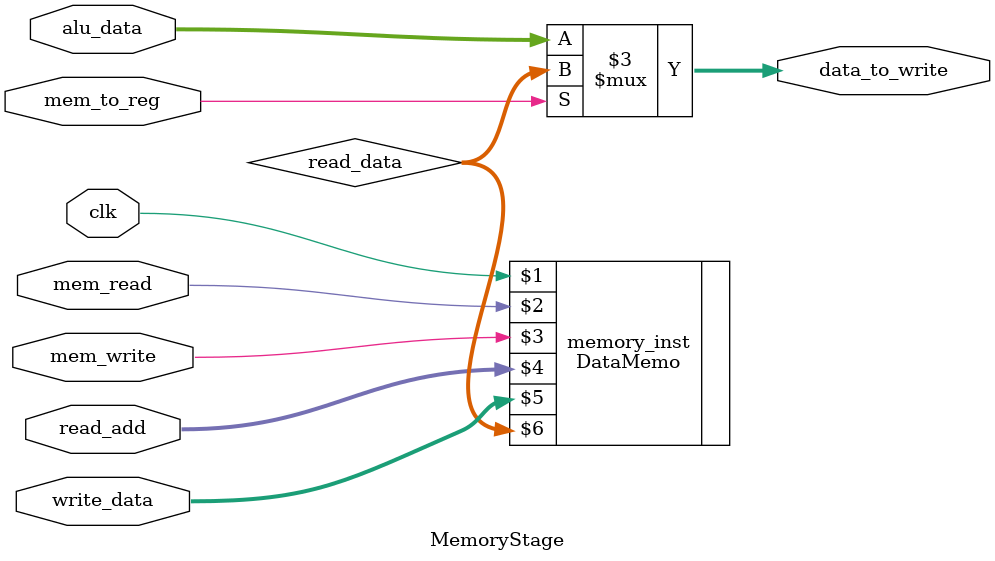
<source format=v>
`include "Memory/Memory.v"
module MemoryStage (clk,mem_read,mem_write,read_add, write_data,
					alu_data,mem_to_reg, data_to_write);

input clk;
input mem_read,mem_write,mem_to_reg;
input [15:0]read_add;
input [15:0]alu_data,write_data;
output reg [15:0] data_to_write;


wire [15:0]read_data;


DataMemo memory_inst(clk,
mem_read,
mem_write,
read_add,
write_data,
read_data);

always @* begin

	if(mem_to_reg) begin
		data_to_write=read_data;
	end else begin
		data_to_write=alu_data;
	end

end

endmodule
</source>
